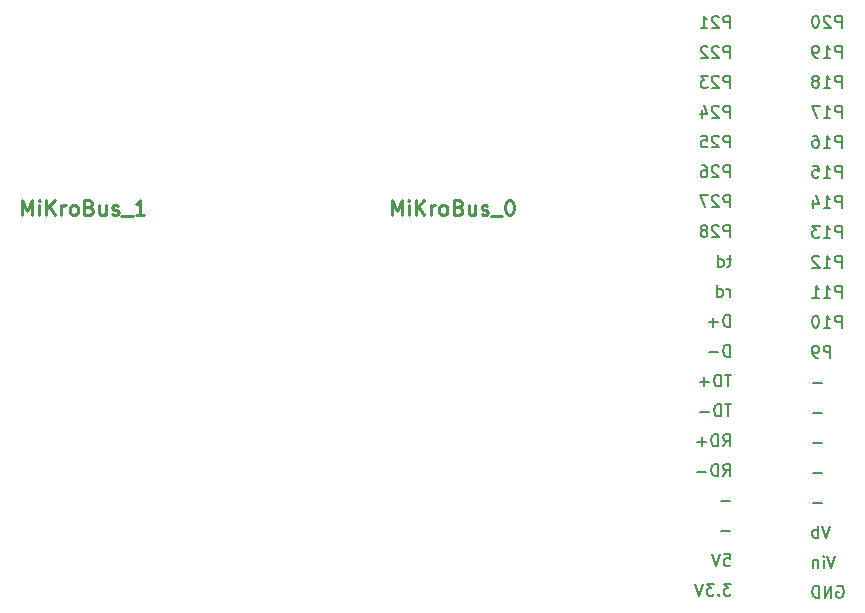
<source format=gbr>
%TF.GenerationSoftware,KiCad,Pcbnew,7.0.5-7.0.5~ubuntu22.04.1*%
%TF.CreationDate,2023-07-21T12:32:22+02:00*%
%TF.ProjectId,Board_ESP_MikroBus_V1,426f6172-645f-4455-9350-5f4d696b726f,rev?*%
%TF.SameCoordinates,Original*%
%TF.FileFunction,Legend,Bot*%
%TF.FilePolarity,Positive*%
%FSLAX46Y46*%
G04 Gerber Fmt 4.6, Leading zero omitted, Abs format (unit mm)*
G04 Created by KiCad (PCBNEW 7.0.5-7.0.5~ubuntu22.04.1) date 2023-07-21 12:32:22*
%MOMM*%
%LPD*%
G01*
G04 APERTURE LIST*
%ADD10C,0.254000*%
%ADD11C,0.150000*%
G04 APERTURE END LIST*
D10*
%TO.C,MiKroBus_0*%
X62118723Y-53208608D02*
X62118723Y-51938608D01*
X62118723Y-51938608D02*
X62542057Y-52845751D01*
X62542057Y-52845751D02*
X62965390Y-51938608D01*
X62965390Y-51938608D02*
X62965390Y-53208608D01*
X63570152Y-53208608D02*
X63570152Y-52361941D01*
X63570152Y-51938608D02*
X63509676Y-51999084D01*
X63509676Y-51999084D02*
X63570152Y-52059560D01*
X63570152Y-52059560D02*
X63630629Y-51999084D01*
X63630629Y-51999084D02*
X63570152Y-51938608D01*
X63570152Y-51938608D02*
X63570152Y-52059560D01*
X64174914Y-53208608D02*
X64174914Y-51938608D01*
X64900629Y-53208608D02*
X64356343Y-52482893D01*
X64900629Y-51938608D02*
X64174914Y-52664322D01*
X65444914Y-53208608D02*
X65444914Y-52361941D01*
X65444914Y-52603846D02*
X65505391Y-52482893D01*
X65505391Y-52482893D02*
X65565867Y-52422417D01*
X65565867Y-52422417D02*
X65686819Y-52361941D01*
X65686819Y-52361941D02*
X65807772Y-52361941D01*
X66412533Y-53208608D02*
X66291581Y-53148132D01*
X66291581Y-53148132D02*
X66231104Y-53087655D01*
X66231104Y-53087655D02*
X66170628Y-52966703D01*
X66170628Y-52966703D02*
X66170628Y-52603846D01*
X66170628Y-52603846D02*
X66231104Y-52482893D01*
X66231104Y-52482893D02*
X66291581Y-52422417D01*
X66291581Y-52422417D02*
X66412533Y-52361941D01*
X66412533Y-52361941D02*
X66593962Y-52361941D01*
X66593962Y-52361941D02*
X66714914Y-52422417D01*
X66714914Y-52422417D02*
X66775390Y-52482893D01*
X66775390Y-52482893D02*
X66835866Y-52603846D01*
X66835866Y-52603846D02*
X66835866Y-52966703D01*
X66835866Y-52966703D02*
X66775390Y-53087655D01*
X66775390Y-53087655D02*
X66714914Y-53148132D01*
X66714914Y-53148132D02*
X66593962Y-53208608D01*
X66593962Y-53208608D02*
X66412533Y-53208608D01*
X67803486Y-52543370D02*
X67984914Y-52603846D01*
X67984914Y-52603846D02*
X68045391Y-52664322D01*
X68045391Y-52664322D02*
X68105867Y-52785274D01*
X68105867Y-52785274D02*
X68105867Y-52966703D01*
X68105867Y-52966703D02*
X68045391Y-53087655D01*
X68045391Y-53087655D02*
X67984914Y-53148132D01*
X67984914Y-53148132D02*
X67863962Y-53208608D01*
X67863962Y-53208608D02*
X67380152Y-53208608D01*
X67380152Y-53208608D02*
X67380152Y-51938608D01*
X67380152Y-51938608D02*
X67803486Y-51938608D01*
X67803486Y-51938608D02*
X67924438Y-51999084D01*
X67924438Y-51999084D02*
X67984914Y-52059560D01*
X67984914Y-52059560D02*
X68045391Y-52180512D01*
X68045391Y-52180512D02*
X68045391Y-52301465D01*
X68045391Y-52301465D02*
X67984914Y-52422417D01*
X67984914Y-52422417D02*
X67924438Y-52482893D01*
X67924438Y-52482893D02*
X67803486Y-52543370D01*
X67803486Y-52543370D02*
X67380152Y-52543370D01*
X69194438Y-52361941D02*
X69194438Y-53208608D01*
X68650152Y-52361941D02*
X68650152Y-53027179D01*
X68650152Y-53027179D02*
X68710629Y-53148132D01*
X68710629Y-53148132D02*
X68831581Y-53208608D01*
X68831581Y-53208608D02*
X69013010Y-53208608D01*
X69013010Y-53208608D02*
X69133962Y-53148132D01*
X69133962Y-53148132D02*
X69194438Y-53087655D01*
X69738724Y-53148132D02*
X69859677Y-53208608D01*
X69859677Y-53208608D02*
X70101581Y-53208608D01*
X70101581Y-53208608D02*
X70222534Y-53148132D01*
X70222534Y-53148132D02*
X70283010Y-53027179D01*
X70283010Y-53027179D02*
X70283010Y-52966703D01*
X70283010Y-52966703D02*
X70222534Y-52845751D01*
X70222534Y-52845751D02*
X70101581Y-52785274D01*
X70101581Y-52785274D02*
X69920153Y-52785274D01*
X69920153Y-52785274D02*
X69799200Y-52724798D01*
X69799200Y-52724798D02*
X69738724Y-52603846D01*
X69738724Y-52603846D02*
X69738724Y-52543370D01*
X69738724Y-52543370D02*
X69799200Y-52422417D01*
X69799200Y-52422417D02*
X69920153Y-52361941D01*
X69920153Y-52361941D02*
X70101581Y-52361941D01*
X70101581Y-52361941D02*
X70222534Y-52422417D01*
X70524915Y-53329560D02*
X71492534Y-53329560D01*
X72036819Y-51938608D02*
X72157772Y-51938608D01*
X72157772Y-51938608D02*
X72278724Y-51999084D01*
X72278724Y-51999084D02*
X72339200Y-52059560D01*
X72339200Y-52059560D02*
X72399676Y-52180512D01*
X72399676Y-52180512D02*
X72460153Y-52422417D01*
X72460153Y-52422417D02*
X72460153Y-52724798D01*
X72460153Y-52724798D02*
X72399676Y-52966703D01*
X72399676Y-52966703D02*
X72339200Y-53087655D01*
X72339200Y-53087655D02*
X72278724Y-53148132D01*
X72278724Y-53148132D02*
X72157772Y-53208608D01*
X72157772Y-53208608D02*
X72036819Y-53208608D01*
X72036819Y-53208608D02*
X71915867Y-53148132D01*
X71915867Y-53148132D02*
X71855391Y-53087655D01*
X71855391Y-53087655D02*
X71794914Y-52966703D01*
X71794914Y-52966703D02*
X71734438Y-52724798D01*
X71734438Y-52724798D02*
X71734438Y-52422417D01*
X71734438Y-52422417D02*
X71794914Y-52180512D01*
X71794914Y-52180512D02*
X71855391Y-52059560D01*
X71855391Y-52059560D02*
X71915867Y-51999084D01*
X71915867Y-51999084D02*
X72036819Y-51938608D01*
D11*
%TO.C,J3*%
X90749284Y-79981488D02*
X89987380Y-79981488D01*
X99210713Y-79509819D02*
X98877380Y-80509819D01*
X98877380Y-80509819D02*
X98544047Y-79509819D01*
X98210713Y-80509819D02*
X98210713Y-79509819D01*
X98210713Y-79890771D02*
X98115475Y-79843152D01*
X98115475Y-79843152D02*
X97924999Y-79843152D01*
X97924999Y-79843152D02*
X97829761Y-79890771D01*
X97829761Y-79890771D02*
X97782142Y-79938390D01*
X97782142Y-79938390D02*
X97734523Y-80033628D01*
X97734523Y-80033628D02*
X97734523Y-80319342D01*
X97734523Y-80319342D02*
X97782142Y-80414580D01*
X97782142Y-80414580D02*
X97829761Y-80462200D01*
X97829761Y-80462200D02*
X97924999Y-80509819D01*
X97924999Y-80509819D02*
X98115475Y-80509819D01*
X98115475Y-80509819D02*
X98210713Y-80462200D01*
X90749285Y-55067711D02*
X90749285Y-54067711D01*
X90749285Y-54067711D02*
X90368333Y-54067711D01*
X90368333Y-54067711D02*
X90273095Y-54115330D01*
X90273095Y-54115330D02*
X90225476Y-54162949D01*
X90225476Y-54162949D02*
X90177857Y-54258187D01*
X90177857Y-54258187D02*
X90177857Y-54401044D01*
X90177857Y-54401044D02*
X90225476Y-54496282D01*
X90225476Y-54496282D02*
X90273095Y-54543901D01*
X90273095Y-54543901D02*
X90368333Y-54591520D01*
X90368333Y-54591520D02*
X90749285Y-54591520D01*
X89796904Y-54162949D02*
X89749285Y-54115330D01*
X89749285Y-54115330D02*
X89654047Y-54067711D01*
X89654047Y-54067711D02*
X89415952Y-54067711D01*
X89415952Y-54067711D02*
X89320714Y-54115330D01*
X89320714Y-54115330D02*
X89273095Y-54162949D01*
X89273095Y-54162949D02*
X89225476Y-54258187D01*
X89225476Y-54258187D02*
X89225476Y-54353425D01*
X89225476Y-54353425D02*
X89273095Y-54496282D01*
X89273095Y-54496282D02*
X89844523Y-55067711D01*
X89844523Y-55067711D02*
X89225476Y-55067711D01*
X88654047Y-54496282D02*
X88749285Y-54448663D01*
X88749285Y-54448663D02*
X88796904Y-54401044D01*
X88796904Y-54401044D02*
X88844523Y-54305806D01*
X88844523Y-54305806D02*
X88844523Y-54258187D01*
X88844523Y-54258187D02*
X88796904Y-54162949D01*
X88796904Y-54162949D02*
X88749285Y-54115330D01*
X88749285Y-54115330D02*
X88654047Y-54067711D01*
X88654047Y-54067711D02*
X88463571Y-54067711D01*
X88463571Y-54067711D02*
X88368333Y-54115330D01*
X88368333Y-54115330D02*
X88320714Y-54162949D01*
X88320714Y-54162949D02*
X88273095Y-54258187D01*
X88273095Y-54258187D02*
X88273095Y-54305806D01*
X88273095Y-54305806D02*
X88320714Y-54401044D01*
X88320714Y-54401044D02*
X88368333Y-54448663D01*
X88368333Y-54448663D02*
X88463571Y-54496282D01*
X88463571Y-54496282D02*
X88654047Y-54496282D01*
X88654047Y-54496282D02*
X88749285Y-54543901D01*
X88749285Y-54543901D02*
X88796904Y-54591520D01*
X88796904Y-54591520D02*
X88844523Y-54686758D01*
X88844523Y-54686758D02*
X88844523Y-54877234D01*
X88844523Y-54877234D02*
X88796904Y-54972472D01*
X88796904Y-54972472D02*
X88749285Y-55020092D01*
X88749285Y-55020092D02*
X88654047Y-55067711D01*
X88654047Y-55067711D02*
X88463571Y-55067711D01*
X88463571Y-55067711D02*
X88368333Y-55020092D01*
X88368333Y-55020092D02*
X88320714Y-54972472D01*
X88320714Y-54972472D02*
X88273095Y-54877234D01*
X88273095Y-54877234D02*
X88273095Y-54686758D01*
X88273095Y-54686758D02*
X88320714Y-54591520D01*
X88320714Y-54591520D02*
X88368333Y-54543901D01*
X88368333Y-54543901D02*
X88463571Y-54496282D01*
X90749284Y-62656130D02*
X90749284Y-61656130D01*
X90749284Y-61656130D02*
X90511189Y-61656130D01*
X90511189Y-61656130D02*
X90368332Y-61703749D01*
X90368332Y-61703749D02*
X90273094Y-61798987D01*
X90273094Y-61798987D02*
X90225475Y-61894225D01*
X90225475Y-61894225D02*
X90177856Y-62084701D01*
X90177856Y-62084701D02*
X90177856Y-62227558D01*
X90177856Y-62227558D02*
X90225475Y-62418034D01*
X90225475Y-62418034D02*
X90273094Y-62513272D01*
X90273094Y-62513272D02*
X90368332Y-62608511D01*
X90368332Y-62608511D02*
X90511189Y-62656130D01*
X90511189Y-62656130D02*
X90749284Y-62656130D01*
X89749284Y-62275177D02*
X88987380Y-62275177D01*
X89368332Y-62656130D02*
X89368332Y-61894225D01*
X90749285Y-52538238D02*
X90749285Y-51538238D01*
X90749285Y-51538238D02*
X90368333Y-51538238D01*
X90368333Y-51538238D02*
X90273095Y-51585857D01*
X90273095Y-51585857D02*
X90225476Y-51633476D01*
X90225476Y-51633476D02*
X90177857Y-51728714D01*
X90177857Y-51728714D02*
X90177857Y-51871571D01*
X90177857Y-51871571D02*
X90225476Y-51966809D01*
X90225476Y-51966809D02*
X90273095Y-52014428D01*
X90273095Y-52014428D02*
X90368333Y-52062047D01*
X90368333Y-52062047D02*
X90749285Y-52062047D01*
X89796904Y-51633476D02*
X89749285Y-51585857D01*
X89749285Y-51585857D02*
X89654047Y-51538238D01*
X89654047Y-51538238D02*
X89415952Y-51538238D01*
X89415952Y-51538238D02*
X89320714Y-51585857D01*
X89320714Y-51585857D02*
X89273095Y-51633476D01*
X89273095Y-51633476D02*
X89225476Y-51728714D01*
X89225476Y-51728714D02*
X89225476Y-51823952D01*
X89225476Y-51823952D02*
X89273095Y-51966809D01*
X89273095Y-51966809D02*
X89844523Y-52538238D01*
X89844523Y-52538238D02*
X89225476Y-52538238D01*
X88892142Y-51538238D02*
X88225476Y-51538238D01*
X88225476Y-51538238D02*
X88654047Y-52538238D01*
X90749285Y-60126657D02*
X90749285Y-59459990D01*
X90749285Y-59650466D02*
X90701666Y-59555228D01*
X90701666Y-59555228D02*
X90654047Y-59507609D01*
X90654047Y-59507609D02*
X90558809Y-59459990D01*
X90558809Y-59459990D02*
X90463571Y-59459990D01*
X89701666Y-60126657D02*
X89701666Y-59126657D01*
X89701666Y-60079038D02*
X89796904Y-60126657D01*
X89796904Y-60126657D02*
X89987380Y-60126657D01*
X89987380Y-60126657D02*
X90082618Y-60079038D01*
X90082618Y-60079038D02*
X90130237Y-60031418D01*
X90130237Y-60031418D02*
X90177856Y-59936180D01*
X90177856Y-59936180D02*
X90177856Y-59650466D01*
X90177856Y-59650466D02*
X90130237Y-59555228D01*
X90130237Y-59555228D02*
X90082618Y-59507609D01*
X90082618Y-59507609D02*
X89987380Y-59459990D01*
X89987380Y-59459990D02*
X89796904Y-59459990D01*
X89796904Y-59459990D02*
X89701666Y-59507609D01*
X100210714Y-47489819D02*
X100210714Y-46489819D01*
X100210714Y-46489819D02*
X99829762Y-46489819D01*
X99829762Y-46489819D02*
X99734524Y-46537438D01*
X99734524Y-46537438D02*
X99686905Y-46585057D01*
X99686905Y-46585057D02*
X99639286Y-46680295D01*
X99639286Y-46680295D02*
X99639286Y-46823152D01*
X99639286Y-46823152D02*
X99686905Y-46918390D01*
X99686905Y-46918390D02*
X99734524Y-46966009D01*
X99734524Y-46966009D02*
X99829762Y-47013628D01*
X99829762Y-47013628D02*
X100210714Y-47013628D01*
X98686905Y-47489819D02*
X99258333Y-47489819D01*
X98972619Y-47489819D02*
X98972619Y-46489819D01*
X98972619Y-46489819D02*
X99067857Y-46632676D01*
X99067857Y-46632676D02*
X99163095Y-46727914D01*
X99163095Y-46727914D02*
X99258333Y-46775533D01*
X97829762Y-46489819D02*
X98020238Y-46489819D01*
X98020238Y-46489819D02*
X98115476Y-46537438D01*
X98115476Y-46537438D02*
X98163095Y-46585057D01*
X98163095Y-46585057D02*
X98258333Y-46727914D01*
X98258333Y-46727914D02*
X98305952Y-46918390D01*
X98305952Y-46918390D02*
X98305952Y-47299342D01*
X98305952Y-47299342D02*
X98258333Y-47394580D01*
X98258333Y-47394580D02*
X98210714Y-47442200D01*
X98210714Y-47442200D02*
X98115476Y-47489819D01*
X98115476Y-47489819D02*
X97925000Y-47489819D01*
X97925000Y-47489819D02*
X97829762Y-47442200D01*
X97829762Y-47442200D02*
X97782143Y-47394580D01*
X97782143Y-47394580D02*
X97734524Y-47299342D01*
X97734524Y-47299342D02*
X97734524Y-47061247D01*
X97734524Y-47061247D02*
X97782143Y-46966009D01*
X97782143Y-46966009D02*
X97829762Y-46918390D01*
X97829762Y-46918390D02*
X97925000Y-46870771D01*
X97925000Y-46870771D02*
X98115476Y-46870771D01*
X98115476Y-46870771D02*
X98210714Y-46918390D01*
X98210714Y-46918390D02*
X98258333Y-46966009D01*
X98258333Y-46966009D02*
X98305952Y-47061247D01*
X98544046Y-72508866D02*
X97782142Y-72508866D01*
X100210714Y-62729819D02*
X100210714Y-61729819D01*
X100210714Y-61729819D02*
X99829762Y-61729819D01*
X99829762Y-61729819D02*
X99734524Y-61777438D01*
X99734524Y-61777438D02*
X99686905Y-61825057D01*
X99686905Y-61825057D02*
X99639286Y-61920295D01*
X99639286Y-61920295D02*
X99639286Y-62063152D01*
X99639286Y-62063152D02*
X99686905Y-62158390D01*
X99686905Y-62158390D02*
X99734524Y-62206009D01*
X99734524Y-62206009D02*
X99829762Y-62253628D01*
X99829762Y-62253628D02*
X100210714Y-62253628D01*
X98686905Y-62729819D02*
X99258333Y-62729819D01*
X98972619Y-62729819D02*
X98972619Y-61729819D01*
X98972619Y-61729819D02*
X99067857Y-61872676D01*
X99067857Y-61872676D02*
X99163095Y-61967914D01*
X99163095Y-61967914D02*
X99258333Y-62015533D01*
X98067857Y-61729819D02*
X97972619Y-61729819D01*
X97972619Y-61729819D02*
X97877381Y-61777438D01*
X97877381Y-61777438D02*
X97829762Y-61825057D01*
X97829762Y-61825057D02*
X97782143Y-61920295D01*
X97782143Y-61920295D02*
X97734524Y-62110771D01*
X97734524Y-62110771D02*
X97734524Y-62348866D01*
X97734524Y-62348866D02*
X97782143Y-62539342D01*
X97782143Y-62539342D02*
X97829762Y-62634580D01*
X97829762Y-62634580D02*
X97877381Y-62682200D01*
X97877381Y-62682200D02*
X97972619Y-62729819D01*
X97972619Y-62729819D02*
X98067857Y-62729819D01*
X98067857Y-62729819D02*
X98163095Y-62682200D01*
X98163095Y-62682200D02*
X98210714Y-62634580D01*
X98210714Y-62634580D02*
X98258333Y-62539342D01*
X98258333Y-62539342D02*
X98305952Y-62348866D01*
X98305952Y-62348866D02*
X98305952Y-62110771D01*
X98305952Y-62110771D02*
X98258333Y-61920295D01*
X98258333Y-61920295D02*
X98210714Y-61825057D01*
X98210714Y-61825057D02*
X98163095Y-61777438D01*
X98163095Y-61777438D02*
X98067857Y-61729819D01*
X98544046Y-75048866D02*
X97782142Y-75048866D01*
X100210714Y-42409819D02*
X100210714Y-41409819D01*
X100210714Y-41409819D02*
X99829762Y-41409819D01*
X99829762Y-41409819D02*
X99734524Y-41457438D01*
X99734524Y-41457438D02*
X99686905Y-41505057D01*
X99686905Y-41505057D02*
X99639286Y-41600295D01*
X99639286Y-41600295D02*
X99639286Y-41743152D01*
X99639286Y-41743152D02*
X99686905Y-41838390D01*
X99686905Y-41838390D02*
X99734524Y-41886009D01*
X99734524Y-41886009D02*
X99829762Y-41933628D01*
X99829762Y-41933628D02*
X100210714Y-41933628D01*
X98686905Y-42409819D02*
X99258333Y-42409819D01*
X98972619Y-42409819D02*
X98972619Y-41409819D01*
X98972619Y-41409819D02*
X99067857Y-41552676D01*
X99067857Y-41552676D02*
X99163095Y-41647914D01*
X99163095Y-41647914D02*
X99258333Y-41695533D01*
X98115476Y-41838390D02*
X98210714Y-41790771D01*
X98210714Y-41790771D02*
X98258333Y-41743152D01*
X98258333Y-41743152D02*
X98305952Y-41647914D01*
X98305952Y-41647914D02*
X98305952Y-41600295D01*
X98305952Y-41600295D02*
X98258333Y-41505057D01*
X98258333Y-41505057D02*
X98210714Y-41457438D01*
X98210714Y-41457438D02*
X98115476Y-41409819D01*
X98115476Y-41409819D02*
X97925000Y-41409819D01*
X97925000Y-41409819D02*
X97829762Y-41457438D01*
X97829762Y-41457438D02*
X97782143Y-41505057D01*
X97782143Y-41505057D02*
X97734524Y-41600295D01*
X97734524Y-41600295D02*
X97734524Y-41647914D01*
X97734524Y-41647914D02*
X97782143Y-41743152D01*
X97782143Y-41743152D02*
X97829762Y-41790771D01*
X97829762Y-41790771D02*
X97925000Y-41838390D01*
X97925000Y-41838390D02*
X98115476Y-41838390D01*
X98115476Y-41838390D02*
X98210714Y-41886009D01*
X98210714Y-41886009D02*
X98258333Y-41933628D01*
X98258333Y-41933628D02*
X98305952Y-42028866D01*
X98305952Y-42028866D02*
X98305952Y-42219342D01*
X98305952Y-42219342D02*
X98258333Y-42314580D01*
X98258333Y-42314580D02*
X98210714Y-42362200D01*
X98210714Y-42362200D02*
X98115476Y-42409819D01*
X98115476Y-42409819D02*
X97925000Y-42409819D01*
X97925000Y-42409819D02*
X97829762Y-42362200D01*
X97829762Y-42362200D02*
X97782143Y-42314580D01*
X97782143Y-42314580D02*
X97734524Y-42219342D01*
X97734524Y-42219342D02*
X97734524Y-42028866D01*
X97734524Y-42028866D02*
X97782143Y-41933628D01*
X97782143Y-41933628D02*
X97829762Y-41886009D01*
X97829762Y-41886009D02*
X97925000Y-41838390D01*
X100210714Y-52569819D02*
X100210714Y-51569819D01*
X100210714Y-51569819D02*
X99829762Y-51569819D01*
X99829762Y-51569819D02*
X99734524Y-51617438D01*
X99734524Y-51617438D02*
X99686905Y-51665057D01*
X99686905Y-51665057D02*
X99639286Y-51760295D01*
X99639286Y-51760295D02*
X99639286Y-51903152D01*
X99639286Y-51903152D02*
X99686905Y-51998390D01*
X99686905Y-51998390D02*
X99734524Y-52046009D01*
X99734524Y-52046009D02*
X99829762Y-52093628D01*
X99829762Y-52093628D02*
X100210714Y-52093628D01*
X98686905Y-52569819D02*
X99258333Y-52569819D01*
X98972619Y-52569819D02*
X98972619Y-51569819D01*
X98972619Y-51569819D02*
X99067857Y-51712676D01*
X99067857Y-51712676D02*
X99163095Y-51807914D01*
X99163095Y-51807914D02*
X99258333Y-51855533D01*
X97829762Y-51903152D02*
X97829762Y-52569819D01*
X98067857Y-51522200D02*
X98305952Y-52236485D01*
X98305952Y-52236485D02*
X97686905Y-52236485D01*
X99258332Y-65269819D02*
X99258332Y-64269819D01*
X99258332Y-64269819D02*
X98877380Y-64269819D01*
X98877380Y-64269819D02*
X98782142Y-64317438D01*
X98782142Y-64317438D02*
X98734523Y-64365057D01*
X98734523Y-64365057D02*
X98686904Y-64460295D01*
X98686904Y-64460295D02*
X98686904Y-64603152D01*
X98686904Y-64603152D02*
X98734523Y-64698390D01*
X98734523Y-64698390D02*
X98782142Y-64746009D01*
X98782142Y-64746009D02*
X98877380Y-64793628D01*
X98877380Y-64793628D02*
X99258332Y-64793628D01*
X98210713Y-65269819D02*
X98020237Y-65269819D01*
X98020237Y-65269819D02*
X97924999Y-65222200D01*
X97924999Y-65222200D02*
X97877380Y-65174580D01*
X97877380Y-65174580D02*
X97782142Y-65031723D01*
X97782142Y-65031723D02*
X97734523Y-64841247D01*
X97734523Y-64841247D02*
X97734523Y-64460295D01*
X97734523Y-64460295D02*
X97782142Y-64365057D01*
X97782142Y-64365057D02*
X97829761Y-64317438D01*
X97829761Y-64317438D02*
X97924999Y-64269819D01*
X97924999Y-64269819D02*
X98115475Y-64269819D01*
X98115475Y-64269819D02*
X98210713Y-64317438D01*
X98210713Y-64317438D02*
X98258332Y-64365057D01*
X98258332Y-64365057D02*
X98305951Y-64460295D01*
X98305951Y-64460295D02*
X98305951Y-64698390D01*
X98305951Y-64698390D02*
X98258332Y-64793628D01*
X98258332Y-64793628D02*
X98210713Y-64841247D01*
X98210713Y-64841247D02*
X98115475Y-64888866D01*
X98115475Y-64888866D02*
X97924999Y-64888866D01*
X97924999Y-64888866D02*
X97829761Y-64841247D01*
X97829761Y-64841247D02*
X97782142Y-64793628D01*
X97782142Y-64793628D02*
X97734523Y-64698390D01*
X100210714Y-60189819D02*
X100210714Y-59189819D01*
X100210714Y-59189819D02*
X99829762Y-59189819D01*
X99829762Y-59189819D02*
X99734524Y-59237438D01*
X99734524Y-59237438D02*
X99686905Y-59285057D01*
X99686905Y-59285057D02*
X99639286Y-59380295D01*
X99639286Y-59380295D02*
X99639286Y-59523152D01*
X99639286Y-59523152D02*
X99686905Y-59618390D01*
X99686905Y-59618390D02*
X99734524Y-59666009D01*
X99734524Y-59666009D02*
X99829762Y-59713628D01*
X99829762Y-59713628D02*
X100210714Y-59713628D01*
X98686905Y-60189819D02*
X99258333Y-60189819D01*
X98972619Y-60189819D02*
X98972619Y-59189819D01*
X98972619Y-59189819D02*
X99067857Y-59332676D01*
X99067857Y-59332676D02*
X99163095Y-59427914D01*
X99163095Y-59427914D02*
X99258333Y-59475533D01*
X97734524Y-60189819D02*
X98305952Y-60189819D01*
X98020238Y-60189819D02*
X98020238Y-59189819D01*
X98020238Y-59189819D02*
X98115476Y-59332676D01*
X98115476Y-59332676D02*
X98210714Y-59427914D01*
X98210714Y-59427914D02*
X98305952Y-59475533D01*
X100210714Y-37329819D02*
X100210714Y-36329819D01*
X100210714Y-36329819D02*
X99829762Y-36329819D01*
X99829762Y-36329819D02*
X99734524Y-36377438D01*
X99734524Y-36377438D02*
X99686905Y-36425057D01*
X99686905Y-36425057D02*
X99639286Y-36520295D01*
X99639286Y-36520295D02*
X99639286Y-36663152D01*
X99639286Y-36663152D02*
X99686905Y-36758390D01*
X99686905Y-36758390D02*
X99734524Y-36806009D01*
X99734524Y-36806009D02*
X99829762Y-36853628D01*
X99829762Y-36853628D02*
X100210714Y-36853628D01*
X99258333Y-36425057D02*
X99210714Y-36377438D01*
X99210714Y-36377438D02*
X99115476Y-36329819D01*
X99115476Y-36329819D02*
X98877381Y-36329819D01*
X98877381Y-36329819D02*
X98782143Y-36377438D01*
X98782143Y-36377438D02*
X98734524Y-36425057D01*
X98734524Y-36425057D02*
X98686905Y-36520295D01*
X98686905Y-36520295D02*
X98686905Y-36615533D01*
X98686905Y-36615533D02*
X98734524Y-36758390D01*
X98734524Y-36758390D02*
X99305952Y-37329819D01*
X99305952Y-37329819D02*
X98686905Y-37329819D01*
X98067857Y-36329819D02*
X97972619Y-36329819D01*
X97972619Y-36329819D02*
X97877381Y-36377438D01*
X97877381Y-36377438D02*
X97829762Y-36425057D01*
X97829762Y-36425057D02*
X97782143Y-36520295D01*
X97782143Y-36520295D02*
X97734524Y-36710771D01*
X97734524Y-36710771D02*
X97734524Y-36948866D01*
X97734524Y-36948866D02*
X97782143Y-37139342D01*
X97782143Y-37139342D02*
X97829762Y-37234580D01*
X97829762Y-37234580D02*
X97877381Y-37282200D01*
X97877381Y-37282200D02*
X97972619Y-37329819D01*
X97972619Y-37329819D02*
X98067857Y-37329819D01*
X98067857Y-37329819D02*
X98163095Y-37282200D01*
X98163095Y-37282200D02*
X98210714Y-37234580D01*
X98210714Y-37234580D02*
X98258333Y-37139342D01*
X98258333Y-37139342D02*
X98305952Y-36948866D01*
X98305952Y-36948866D02*
X98305952Y-36710771D01*
X98305952Y-36710771D02*
X98258333Y-36520295D01*
X98258333Y-36520295D02*
X98210714Y-36425057D01*
X98210714Y-36425057D02*
X98163095Y-36377438D01*
X98163095Y-36377438D02*
X98067857Y-36329819D01*
X90892142Y-66715076D02*
X90320714Y-66715076D01*
X90606428Y-67715076D02*
X90606428Y-66715076D01*
X89987380Y-67715076D02*
X89987380Y-66715076D01*
X89987380Y-66715076D02*
X89749285Y-66715076D01*
X89749285Y-66715076D02*
X89606428Y-66762695D01*
X89606428Y-66762695D02*
X89511190Y-66857933D01*
X89511190Y-66857933D02*
X89463571Y-66953171D01*
X89463571Y-66953171D02*
X89415952Y-67143647D01*
X89415952Y-67143647D02*
X89415952Y-67286504D01*
X89415952Y-67286504D02*
X89463571Y-67476980D01*
X89463571Y-67476980D02*
X89511190Y-67572218D01*
X89511190Y-67572218D02*
X89606428Y-67667457D01*
X89606428Y-67667457D02*
X89749285Y-67715076D01*
X89749285Y-67715076D02*
X89987380Y-67715076D01*
X88987380Y-67334123D02*
X88225476Y-67334123D01*
X88606428Y-67715076D02*
X88606428Y-66953171D01*
X90177856Y-75303495D02*
X90511189Y-74827304D01*
X90749284Y-75303495D02*
X90749284Y-74303495D01*
X90749284Y-74303495D02*
X90368332Y-74303495D01*
X90368332Y-74303495D02*
X90273094Y-74351114D01*
X90273094Y-74351114D02*
X90225475Y-74398733D01*
X90225475Y-74398733D02*
X90177856Y-74493971D01*
X90177856Y-74493971D02*
X90177856Y-74636828D01*
X90177856Y-74636828D02*
X90225475Y-74732066D01*
X90225475Y-74732066D02*
X90273094Y-74779685D01*
X90273094Y-74779685D02*
X90368332Y-74827304D01*
X90368332Y-74827304D02*
X90749284Y-74827304D01*
X89749284Y-75303495D02*
X89749284Y-74303495D01*
X89749284Y-74303495D02*
X89511189Y-74303495D01*
X89511189Y-74303495D02*
X89368332Y-74351114D01*
X89368332Y-74351114D02*
X89273094Y-74446352D01*
X89273094Y-74446352D02*
X89225475Y-74541590D01*
X89225475Y-74541590D02*
X89177856Y-74732066D01*
X89177856Y-74732066D02*
X89177856Y-74874923D01*
X89177856Y-74874923D02*
X89225475Y-75065399D01*
X89225475Y-75065399D02*
X89273094Y-75160637D01*
X89273094Y-75160637D02*
X89368332Y-75255876D01*
X89368332Y-75255876D02*
X89511189Y-75303495D01*
X89511189Y-75303495D02*
X89749284Y-75303495D01*
X88749284Y-74922542D02*
X87987380Y-74922542D01*
X90892142Y-56930517D02*
X90511190Y-56930517D01*
X90749285Y-56597184D02*
X90749285Y-57454326D01*
X90749285Y-57454326D02*
X90701666Y-57549565D01*
X90701666Y-57549565D02*
X90606428Y-57597184D01*
X90606428Y-57597184D02*
X90511190Y-57597184D01*
X89749285Y-57597184D02*
X89749285Y-56597184D01*
X89749285Y-57549565D02*
X89844523Y-57597184D01*
X89844523Y-57597184D02*
X90034999Y-57597184D01*
X90034999Y-57597184D02*
X90130237Y-57549565D01*
X90130237Y-57549565D02*
X90177856Y-57501945D01*
X90177856Y-57501945D02*
X90225475Y-57406707D01*
X90225475Y-57406707D02*
X90225475Y-57120993D01*
X90225475Y-57120993D02*
X90177856Y-57025755D01*
X90177856Y-57025755D02*
X90130237Y-56978136D01*
X90130237Y-56978136D02*
X90034999Y-56930517D01*
X90034999Y-56930517D02*
X89844523Y-56930517D01*
X89844523Y-56930517D02*
X89749285Y-56978136D01*
X90749284Y-65185603D02*
X90749284Y-64185603D01*
X90749284Y-64185603D02*
X90511189Y-64185603D01*
X90511189Y-64185603D02*
X90368332Y-64233222D01*
X90368332Y-64233222D02*
X90273094Y-64328460D01*
X90273094Y-64328460D02*
X90225475Y-64423698D01*
X90225475Y-64423698D02*
X90177856Y-64614174D01*
X90177856Y-64614174D02*
X90177856Y-64757031D01*
X90177856Y-64757031D02*
X90225475Y-64947507D01*
X90225475Y-64947507D02*
X90273094Y-65042745D01*
X90273094Y-65042745D02*
X90368332Y-65137984D01*
X90368332Y-65137984D02*
X90511189Y-65185603D01*
X90511189Y-65185603D02*
X90749284Y-65185603D01*
X89749284Y-64804650D02*
X88987380Y-64804650D01*
X90749285Y-47479292D02*
X90749285Y-46479292D01*
X90749285Y-46479292D02*
X90368333Y-46479292D01*
X90368333Y-46479292D02*
X90273095Y-46526911D01*
X90273095Y-46526911D02*
X90225476Y-46574530D01*
X90225476Y-46574530D02*
X90177857Y-46669768D01*
X90177857Y-46669768D02*
X90177857Y-46812625D01*
X90177857Y-46812625D02*
X90225476Y-46907863D01*
X90225476Y-46907863D02*
X90273095Y-46955482D01*
X90273095Y-46955482D02*
X90368333Y-47003101D01*
X90368333Y-47003101D02*
X90749285Y-47003101D01*
X89796904Y-46574530D02*
X89749285Y-46526911D01*
X89749285Y-46526911D02*
X89654047Y-46479292D01*
X89654047Y-46479292D02*
X89415952Y-46479292D01*
X89415952Y-46479292D02*
X89320714Y-46526911D01*
X89320714Y-46526911D02*
X89273095Y-46574530D01*
X89273095Y-46574530D02*
X89225476Y-46669768D01*
X89225476Y-46669768D02*
X89225476Y-46765006D01*
X89225476Y-46765006D02*
X89273095Y-46907863D01*
X89273095Y-46907863D02*
X89844523Y-47479292D01*
X89844523Y-47479292D02*
X89225476Y-47479292D01*
X88320714Y-46479292D02*
X88796904Y-46479292D01*
X88796904Y-46479292D02*
X88844523Y-46955482D01*
X88844523Y-46955482D02*
X88796904Y-46907863D01*
X88796904Y-46907863D02*
X88701666Y-46860244D01*
X88701666Y-46860244D02*
X88463571Y-46860244D01*
X88463571Y-46860244D02*
X88368333Y-46907863D01*
X88368333Y-46907863D02*
X88320714Y-46955482D01*
X88320714Y-46955482D02*
X88273095Y-47050720D01*
X88273095Y-47050720D02*
X88273095Y-47288815D01*
X88273095Y-47288815D02*
X88320714Y-47384053D01*
X88320714Y-47384053D02*
X88368333Y-47431673D01*
X88368333Y-47431673D02*
X88463571Y-47479292D01*
X88463571Y-47479292D02*
X88701666Y-47479292D01*
X88701666Y-47479292D02*
X88796904Y-47431673D01*
X88796904Y-47431673D02*
X88844523Y-47384053D01*
X90892142Y-69244549D02*
X90320714Y-69244549D01*
X90606428Y-70244549D02*
X90606428Y-69244549D01*
X89987380Y-70244549D02*
X89987380Y-69244549D01*
X89987380Y-69244549D02*
X89749285Y-69244549D01*
X89749285Y-69244549D02*
X89606428Y-69292168D01*
X89606428Y-69292168D02*
X89511190Y-69387406D01*
X89511190Y-69387406D02*
X89463571Y-69482644D01*
X89463571Y-69482644D02*
X89415952Y-69673120D01*
X89415952Y-69673120D02*
X89415952Y-69815977D01*
X89415952Y-69815977D02*
X89463571Y-70006453D01*
X89463571Y-70006453D02*
X89511190Y-70101691D01*
X89511190Y-70101691D02*
X89606428Y-70196930D01*
X89606428Y-70196930D02*
X89749285Y-70244549D01*
X89749285Y-70244549D02*
X89987380Y-70244549D01*
X88987380Y-69863596D02*
X88225476Y-69863596D01*
X98544046Y-77588866D02*
X97782142Y-77588866D01*
X100210714Y-44949819D02*
X100210714Y-43949819D01*
X100210714Y-43949819D02*
X99829762Y-43949819D01*
X99829762Y-43949819D02*
X99734524Y-43997438D01*
X99734524Y-43997438D02*
X99686905Y-44045057D01*
X99686905Y-44045057D02*
X99639286Y-44140295D01*
X99639286Y-44140295D02*
X99639286Y-44283152D01*
X99639286Y-44283152D02*
X99686905Y-44378390D01*
X99686905Y-44378390D02*
X99734524Y-44426009D01*
X99734524Y-44426009D02*
X99829762Y-44473628D01*
X99829762Y-44473628D02*
X100210714Y-44473628D01*
X98686905Y-44949819D02*
X99258333Y-44949819D01*
X98972619Y-44949819D02*
X98972619Y-43949819D01*
X98972619Y-43949819D02*
X99067857Y-44092676D01*
X99067857Y-44092676D02*
X99163095Y-44187914D01*
X99163095Y-44187914D02*
X99258333Y-44235533D01*
X98353571Y-43949819D02*
X97686905Y-43949819D01*
X97686905Y-43949819D02*
X98115476Y-44949819D01*
X90844522Y-84421387D02*
X90225475Y-84421387D01*
X90225475Y-84421387D02*
X90558808Y-84802339D01*
X90558808Y-84802339D02*
X90415951Y-84802339D01*
X90415951Y-84802339D02*
X90320713Y-84849958D01*
X90320713Y-84849958D02*
X90273094Y-84897577D01*
X90273094Y-84897577D02*
X90225475Y-84992815D01*
X90225475Y-84992815D02*
X90225475Y-85230910D01*
X90225475Y-85230910D02*
X90273094Y-85326148D01*
X90273094Y-85326148D02*
X90320713Y-85373768D01*
X90320713Y-85373768D02*
X90415951Y-85421387D01*
X90415951Y-85421387D02*
X90701665Y-85421387D01*
X90701665Y-85421387D02*
X90796903Y-85373768D01*
X90796903Y-85373768D02*
X90844522Y-85326148D01*
X89796903Y-85326148D02*
X89749284Y-85373768D01*
X89749284Y-85373768D02*
X89796903Y-85421387D01*
X89796903Y-85421387D02*
X89844522Y-85373768D01*
X89844522Y-85373768D02*
X89796903Y-85326148D01*
X89796903Y-85326148D02*
X89796903Y-85421387D01*
X89415951Y-84421387D02*
X88796904Y-84421387D01*
X88796904Y-84421387D02*
X89130237Y-84802339D01*
X89130237Y-84802339D02*
X88987380Y-84802339D01*
X88987380Y-84802339D02*
X88892142Y-84849958D01*
X88892142Y-84849958D02*
X88844523Y-84897577D01*
X88844523Y-84897577D02*
X88796904Y-84992815D01*
X88796904Y-84992815D02*
X88796904Y-85230910D01*
X88796904Y-85230910D02*
X88844523Y-85326148D01*
X88844523Y-85326148D02*
X88892142Y-85373768D01*
X88892142Y-85373768D02*
X88987380Y-85421387D01*
X88987380Y-85421387D02*
X89273094Y-85421387D01*
X89273094Y-85421387D02*
X89368332Y-85373768D01*
X89368332Y-85373768D02*
X89415951Y-85326148D01*
X88511189Y-84421387D02*
X88177856Y-85421387D01*
X88177856Y-85421387D02*
X87844523Y-84421387D01*
X90749285Y-42420346D02*
X90749285Y-41420346D01*
X90749285Y-41420346D02*
X90368333Y-41420346D01*
X90368333Y-41420346D02*
X90273095Y-41467965D01*
X90273095Y-41467965D02*
X90225476Y-41515584D01*
X90225476Y-41515584D02*
X90177857Y-41610822D01*
X90177857Y-41610822D02*
X90177857Y-41753679D01*
X90177857Y-41753679D02*
X90225476Y-41848917D01*
X90225476Y-41848917D02*
X90273095Y-41896536D01*
X90273095Y-41896536D02*
X90368333Y-41944155D01*
X90368333Y-41944155D02*
X90749285Y-41944155D01*
X89796904Y-41515584D02*
X89749285Y-41467965D01*
X89749285Y-41467965D02*
X89654047Y-41420346D01*
X89654047Y-41420346D02*
X89415952Y-41420346D01*
X89415952Y-41420346D02*
X89320714Y-41467965D01*
X89320714Y-41467965D02*
X89273095Y-41515584D01*
X89273095Y-41515584D02*
X89225476Y-41610822D01*
X89225476Y-41610822D02*
X89225476Y-41706060D01*
X89225476Y-41706060D02*
X89273095Y-41848917D01*
X89273095Y-41848917D02*
X89844523Y-42420346D01*
X89844523Y-42420346D02*
X89225476Y-42420346D01*
X88892142Y-41420346D02*
X88273095Y-41420346D01*
X88273095Y-41420346D02*
X88606428Y-41801298D01*
X88606428Y-41801298D02*
X88463571Y-41801298D01*
X88463571Y-41801298D02*
X88368333Y-41848917D01*
X88368333Y-41848917D02*
X88320714Y-41896536D01*
X88320714Y-41896536D02*
X88273095Y-41991774D01*
X88273095Y-41991774D02*
X88273095Y-42229869D01*
X88273095Y-42229869D02*
X88320714Y-42325107D01*
X88320714Y-42325107D02*
X88368333Y-42372727D01*
X88368333Y-42372727D02*
X88463571Y-42420346D01*
X88463571Y-42420346D02*
X88749285Y-42420346D01*
X88749285Y-42420346D02*
X88844523Y-42372727D01*
X88844523Y-42372727D02*
X88892142Y-42325107D01*
X90273095Y-81891914D02*
X90749285Y-81891914D01*
X90749285Y-81891914D02*
X90796904Y-82368104D01*
X90796904Y-82368104D02*
X90749285Y-82320485D01*
X90749285Y-82320485D02*
X90654047Y-82272866D01*
X90654047Y-82272866D02*
X90415952Y-82272866D01*
X90415952Y-82272866D02*
X90320714Y-82320485D01*
X90320714Y-82320485D02*
X90273095Y-82368104D01*
X90273095Y-82368104D02*
X90225476Y-82463342D01*
X90225476Y-82463342D02*
X90225476Y-82701437D01*
X90225476Y-82701437D02*
X90273095Y-82796675D01*
X90273095Y-82796675D02*
X90320714Y-82844295D01*
X90320714Y-82844295D02*
X90415952Y-82891914D01*
X90415952Y-82891914D02*
X90654047Y-82891914D01*
X90654047Y-82891914D02*
X90749285Y-82844295D01*
X90749285Y-82844295D02*
X90796904Y-82796675D01*
X89939761Y-81891914D02*
X89606428Y-82891914D01*
X89606428Y-82891914D02*
X89273095Y-81891914D01*
X90749285Y-39890873D02*
X90749285Y-38890873D01*
X90749285Y-38890873D02*
X90368333Y-38890873D01*
X90368333Y-38890873D02*
X90273095Y-38938492D01*
X90273095Y-38938492D02*
X90225476Y-38986111D01*
X90225476Y-38986111D02*
X90177857Y-39081349D01*
X90177857Y-39081349D02*
X90177857Y-39224206D01*
X90177857Y-39224206D02*
X90225476Y-39319444D01*
X90225476Y-39319444D02*
X90273095Y-39367063D01*
X90273095Y-39367063D02*
X90368333Y-39414682D01*
X90368333Y-39414682D02*
X90749285Y-39414682D01*
X89796904Y-38986111D02*
X89749285Y-38938492D01*
X89749285Y-38938492D02*
X89654047Y-38890873D01*
X89654047Y-38890873D02*
X89415952Y-38890873D01*
X89415952Y-38890873D02*
X89320714Y-38938492D01*
X89320714Y-38938492D02*
X89273095Y-38986111D01*
X89273095Y-38986111D02*
X89225476Y-39081349D01*
X89225476Y-39081349D02*
X89225476Y-39176587D01*
X89225476Y-39176587D02*
X89273095Y-39319444D01*
X89273095Y-39319444D02*
X89844523Y-39890873D01*
X89844523Y-39890873D02*
X89225476Y-39890873D01*
X88844523Y-38986111D02*
X88796904Y-38938492D01*
X88796904Y-38938492D02*
X88701666Y-38890873D01*
X88701666Y-38890873D02*
X88463571Y-38890873D01*
X88463571Y-38890873D02*
X88368333Y-38938492D01*
X88368333Y-38938492D02*
X88320714Y-38986111D01*
X88320714Y-38986111D02*
X88273095Y-39081349D01*
X88273095Y-39081349D02*
X88273095Y-39176587D01*
X88273095Y-39176587D02*
X88320714Y-39319444D01*
X88320714Y-39319444D02*
X88892142Y-39890873D01*
X88892142Y-39890873D02*
X88273095Y-39890873D01*
X90749285Y-37361387D02*
X90749285Y-36361387D01*
X90749285Y-36361387D02*
X90368333Y-36361387D01*
X90368333Y-36361387D02*
X90273095Y-36409006D01*
X90273095Y-36409006D02*
X90225476Y-36456625D01*
X90225476Y-36456625D02*
X90177857Y-36551863D01*
X90177857Y-36551863D02*
X90177857Y-36694720D01*
X90177857Y-36694720D02*
X90225476Y-36789958D01*
X90225476Y-36789958D02*
X90273095Y-36837577D01*
X90273095Y-36837577D02*
X90368333Y-36885196D01*
X90368333Y-36885196D02*
X90749285Y-36885196D01*
X89796904Y-36456625D02*
X89749285Y-36409006D01*
X89749285Y-36409006D02*
X89654047Y-36361387D01*
X89654047Y-36361387D02*
X89415952Y-36361387D01*
X89415952Y-36361387D02*
X89320714Y-36409006D01*
X89320714Y-36409006D02*
X89273095Y-36456625D01*
X89273095Y-36456625D02*
X89225476Y-36551863D01*
X89225476Y-36551863D02*
X89225476Y-36647101D01*
X89225476Y-36647101D02*
X89273095Y-36789958D01*
X89273095Y-36789958D02*
X89844523Y-37361387D01*
X89844523Y-37361387D02*
X89225476Y-37361387D01*
X88273095Y-37361387D02*
X88844523Y-37361387D01*
X88558809Y-37361387D02*
X88558809Y-36361387D01*
X88558809Y-36361387D02*
X88654047Y-36504244D01*
X88654047Y-36504244D02*
X88749285Y-36599482D01*
X88749285Y-36599482D02*
X88844523Y-36647101D01*
X90749284Y-77452015D02*
X89987380Y-77452015D01*
X98544046Y-69968866D02*
X97782142Y-69968866D01*
X90749285Y-44949819D02*
X90749285Y-43949819D01*
X90749285Y-43949819D02*
X90368333Y-43949819D01*
X90368333Y-43949819D02*
X90273095Y-43997438D01*
X90273095Y-43997438D02*
X90225476Y-44045057D01*
X90225476Y-44045057D02*
X90177857Y-44140295D01*
X90177857Y-44140295D02*
X90177857Y-44283152D01*
X90177857Y-44283152D02*
X90225476Y-44378390D01*
X90225476Y-44378390D02*
X90273095Y-44426009D01*
X90273095Y-44426009D02*
X90368333Y-44473628D01*
X90368333Y-44473628D02*
X90749285Y-44473628D01*
X89796904Y-44045057D02*
X89749285Y-43997438D01*
X89749285Y-43997438D02*
X89654047Y-43949819D01*
X89654047Y-43949819D02*
X89415952Y-43949819D01*
X89415952Y-43949819D02*
X89320714Y-43997438D01*
X89320714Y-43997438D02*
X89273095Y-44045057D01*
X89273095Y-44045057D02*
X89225476Y-44140295D01*
X89225476Y-44140295D02*
X89225476Y-44235533D01*
X89225476Y-44235533D02*
X89273095Y-44378390D01*
X89273095Y-44378390D02*
X89844523Y-44949819D01*
X89844523Y-44949819D02*
X89225476Y-44949819D01*
X88368333Y-44283152D02*
X88368333Y-44949819D01*
X88606428Y-43902200D02*
X88844523Y-44616485D01*
X88844523Y-44616485D02*
X88225476Y-44616485D01*
X99686903Y-82049819D02*
X99353570Y-83049819D01*
X99353570Y-83049819D02*
X99020237Y-82049819D01*
X98686903Y-83049819D02*
X98686903Y-82383152D01*
X98686903Y-82049819D02*
X98734522Y-82097438D01*
X98734522Y-82097438D02*
X98686903Y-82145057D01*
X98686903Y-82145057D02*
X98639284Y-82097438D01*
X98639284Y-82097438D02*
X98686903Y-82049819D01*
X98686903Y-82049819D02*
X98686903Y-82145057D01*
X98210713Y-82383152D02*
X98210713Y-83049819D01*
X98210713Y-82478390D02*
X98163094Y-82430771D01*
X98163094Y-82430771D02*
X98067856Y-82383152D01*
X98067856Y-82383152D02*
X97924999Y-82383152D01*
X97924999Y-82383152D02*
X97829761Y-82430771D01*
X97829761Y-82430771D02*
X97782142Y-82526009D01*
X97782142Y-82526009D02*
X97782142Y-83049819D01*
X90749285Y-50008765D02*
X90749285Y-49008765D01*
X90749285Y-49008765D02*
X90368333Y-49008765D01*
X90368333Y-49008765D02*
X90273095Y-49056384D01*
X90273095Y-49056384D02*
X90225476Y-49104003D01*
X90225476Y-49104003D02*
X90177857Y-49199241D01*
X90177857Y-49199241D02*
X90177857Y-49342098D01*
X90177857Y-49342098D02*
X90225476Y-49437336D01*
X90225476Y-49437336D02*
X90273095Y-49484955D01*
X90273095Y-49484955D02*
X90368333Y-49532574D01*
X90368333Y-49532574D02*
X90749285Y-49532574D01*
X89796904Y-49104003D02*
X89749285Y-49056384D01*
X89749285Y-49056384D02*
X89654047Y-49008765D01*
X89654047Y-49008765D02*
X89415952Y-49008765D01*
X89415952Y-49008765D02*
X89320714Y-49056384D01*
X89320714Y-49056384D02*
X89273095Y-49104003D01*
X89273095Y-49104003D02*
X89225476Y-49199241D01*
X89225476Y-49199241D02*
X89225476Y-49294479D01*
X89225476Y-49294479D02*
X89273095Y-49437336D01*
X89273095Y-49437336D02*
X89844523Y-50008765D01*
X89844523Y-50008765D02*
X89225476Y-50008765D01*
X88368333Y-49008765D02*
X88558809Y-49008765D01*
X88558809Y-49008765D02*
X88654047Y-49056384D01*
X88654047Y-49056384D02*
X88701666Y-49104003D01*
X88701666Y-49104003D02*
X88796904Y-49246860D01*
X88796904Y-49246860D02*
X88844523Y-49437336D01*
X88844523Y-49437336D02*
X88844523Y-49818288D01*
X88844523Y-49818288D02*
X88796904Y-49913526D01*
X88796904Y-49913526D02*
X88749285Y-49961146D01*
X88749285Y-49961146D02*
X88654047Y-50008765D01*
X88654047Y-50008765D02*
X88463571Y-50008765D01*
X88463571Y-50008765D02*
X88368333Y-49961146D01*
X88368333Y-49961146D02*
X88320714Y-49913526D01*
X88320714Y-49913526D02*
X88273095Y-49818288D01*
X88273095Y-49818288D02*
X88273095Y-49580193D01*
X88273095Y-49580193D02*
X88320714Y-49484955D01*
X88320714Y-49484955D02*
X88368333Y-49437336D01*
X88368333Y-49437336D02*
X88463571Y-49389717D01*
X88463571Y-49389717D02*
X88654047Y-49389717D01*
X88654047Y-49389717D02*
X88749285Y-49437336D01*
X88749285Y-49437336D02*
X88796904Y-49484955D01*
X88796904Y-49484955D02*
X88844523Y-49580193D01*
X100210714Y-55109819D02*
X100210714Y-54109819D01*
X100210714Y-54109819D02*
X99829762Y-54109819D01*
X99829762Y-54109819D02*
X99734524Y-54157438D01*
X99734524Y-54157438D02*
X99686905Y-54205057D01*
X99686905Y-54205057D02*
X99639286Y-54300295D01*
X99639286Y-54300295D02*
X99639286Y-54443152D01*
X99639286Y-54443152D02*
X99686905Y-54538390D01*
X99686905Y-54538390D02*
X99734524Y-54586009D01*
X99734524Y-54586009D02*
X99829762Y-54633628D01*
X99829762Y-54633628D02*
X100210714Y-54633628D01*
X98686905Y-55109819D02*
X99258333Y-55109819D01*
X98972619Y-55109819D02*
X98972619Y-54109819D01*
X98972619Y-54109819D02*
X99067857Y-54252676D01*
X99067857Y-54252676D02*
X99163095Y-54347914D01*
X99163095Y-54347914D02*
X99258333Y-54395533D01*
X98353571Y-54109819D02*
X97734524Y-54109819D01*
X97734524Y-54109819D02*
X98067857Y-54490771D01*
X98067857Y-54490771D02*
X97925000Y-54490771D01*
X97925000Y-54490771D02*
X97829762Y-54538390D01*
X97829762Y-54538390D02*
X97782143Y-54586009D01*
X97782143Y-54586009D02*
X97734524Y-54681247D01*
X97734524Y-54681247D02*
X97734524Y-54919342D01*
X97734524Y-54919342D02*
X97782143Y-55014580D01*
X97782143Y-55014580D02*
X97829762Y-55062200D01*
X97829762Y-55062200D02*
X97925000Y-55109819D01*
X97925000Y-55109819D02*
X98210714Y-55109819D01*
X98210714Y-55109819D02*
X98305952Y-55062200D01*
X98305952Y-55062200D02*
X98353571Y-55014580D01*
X98544046Y-67428866D02*
X97782142Y-67428866D01*
X100210714Y-57649819D02*
X100210714Y-56649819D01*
X100210714Y-56649819D02*
X99829762Y-56649819D01*
X99829762Y-56649819D02*
X99734524Y-56697438D01*
X99734524Y-56697438D02*
X99686905Y-56745057D01*
X99686905Y-56745057D02*
X99639286Y-56840295D01*
X99639286Y-56840295D02*
X99639286Y-56983152D01*
X99639286Y-56983152D02*
X99686905Y-57078390D01*
X99686905Y-57078390D02*
X99734524Y-57126009D01*
X99734524Y-57126009D02*
X99829762Y-57173628D01*
X99829762Y-57173628D02*
X100210714Y-57173628D01*
X98686905Y-57649819D02*
X99258333Y-57649819D01*
X98972619Y-57649819D02*
X98972619Y-56649819D01*
X98972619Y-56649819D02*
X99067857Y-56792676D01*
X99067857Y-56792676D02*
X99163095Y-56887914D01*
X99163095Y-56887914D02*
X99258333Y-56935533D01*
X98305952Y-56745057D02*
X98258333Y-56697438D01*
X98258333Y-56697438D02*
X98163095Y-56649819D01*
X98163095Y-56649819D02*
X97925000Y-56649819D01*
X97925000Y-56649819D02*
X97829762Y-56697438D01*
X97829762Y-56697438D02*
X97782143Y-56745057D01*
X97782143Y-56745057D02*
X97734524Y-56840295D01*
X97734524Y-56840295D02*
X97734524Y-56935533D01*
X97734524Y-56935533D02*
X97782143Y-57078390D01*
X97782143Y-57078390D02*
X98353571Y-57649819D01*
X98353571Y-57649819D02*
X97734524Y-57649819D01*
X90177856Y-72774022D02*
X90511189Y-72297831D01*
X90749284Y-72774022D02*
X90749284Y-71774022D01*
X90749284Y-71774022D02*
X90368332Y-71774022D01*
X90368332Y-71774022D02*
X90273094Y-71821641D01*
X90273094Y-71821641D02*
X90225475Y-71869260D01*
X90225475Y-71869260D02*
X90177856Y-71964498D01*
X90177856Y-71964498D02*
X90177856Y-72107355D01*
X90177856Y-72107355D02*
X90225475Y-72202593D01*
X90225475Y-72202593D02*
X90273094Y-72250212D01*
X90273094Y-72250212D02*
X90368332Y-72297831D01*
X90368332Y-72297831D02*
X90749284Y-72297831D01*
X89749284Y-72774022D02*
X89749284Y-71774022D01*
X89749284Y-71774022D02*
X89511189Y-71774022D01*
X89511189Y-71774022D02*
X89368332Y-71821641D01*
X89368332Y-71821641D02*
X89273094Y-71916879D01*
X89273094Y-71916879D02*
X89225475Y-72012117D01*
X89225475Y-72012117D02*
X89177856Y-72202593D01*
X89177856Y-72202593D02*
X89177856Y-72345450D01*
X89177856Y-72345450D02*
X89225475Y-72535926D01*
X89225475Y-72535926D02*
X89273094Y-72631164D01*
X89273094Y-72631164D02*
X89368332Y-72726403D01*
X89368332Y-72726403D02*
X89511189Y-72774022D01*
X89511189Y-72774022D02*
X89749284Y-72774022D01*
X88749284Y-72393069D02*
X87987380Y-72393069D01*
X88368332Y-72774022D02*
X88368332Y-72012117D01*
X99829761Y-84637438D02*
X99924999Y-84589819D01*
X99924999Y-84589819D02*
X100067856Y-84589819D01*
X100067856Y-84589819D02*
X100210713Y-84637438D01*
X100210713Y-84637438D02*
X100305951Y-84732676D01*
X100305951Y-84732676D02*
X100353570Y-84827914D01*
X100353570Y-84827914D02*
X100401189Y-85018390D01*
X100401189Y-85018390D02*
X100401189Y-85161247D01*
X100401189Y-85161247D02*
X100353570Y-85351723D01*
X100353570Y-85351723D02*
X100305951Y-85446961D01*
X100305951Y-85446961D02*
X100210713Y-85542200D01*
X100210713Y-85542200D02*
X100067856Y-85589819D01*
X100067856Y-85589819D02*
X99972618Y-85589819D01*
X99972618Y-85589819D02*
X99829761Y-85542200D01*
X99829761Y-85542200D02*
X99782142Y-85494580D01*
X99782142Y-85494580D02*
X99782142Y-85161247D01*
X99782142Y-85161247D02*
X99972618Y-85161247D01*
X99353570Y-85589819D02*
X99353570Y-84589819D01*
X99353570Y-84589819D02*
X98782142Y-85589819D01*
X98782142Y-85589819D02*
X98782142Y-84589819D01*
X98305951Y-85589819D02*
X98305951Y-84589819D01*
X98305951Y-84589819D02*
X98067856Y-84589819D01*
X98067856Y-84589819D02*
X97924999Y-84637438D01*
X97924999Y-84637438D02*
X97829761Y-84732676D01*
X97829761Y-84732676D02*
X97782142Y-84827914D01*
X97782142Y-84827914D02*
X97734523Y-85018390D01*
X97734523Y-85018390D02*
X97734523Y-85161247D01*
X97734523Y-85161247D02*
X97782142Y-85351723D01*
X97782142Y-85351723D02*
X97829761Y-85446961D01*
X97829761Y-85446961D02*
X97924999Y-85542200D01*
X97924999Y-85542200D02*
X98067856Y-85589819D01*
X98067856Y-85589819D02*
X98305951Y-85589819D01*
X100210714Y-50029819D02*
X100210714Y-49029819D01*
X100210714Y-49029819D02*
X99829762Y-49029819D01*
X99829762Y-49029819D02*
X99734524Y-49077438D01*
X99734524Y-49077438D02*
X99686905Y-49125057D01*
X99686905Y-49125057D02*
X99639286Y-49220295D01*
X99639286Y-49220295D02*
X99639286Y-49363152D01*
X99639286Y-49363152D02*
X99686905Y-49458390D01*
X99686905Y-49458390D02*
X99734524Y-49506009D01*
X99734524Y-49506009D02*
X99829762Y-49553628D01*
X99829762Y-49553628D02*
X100210714Y-49553628D01*
X98686905Y-50029819D02*
X99258333Y-50029819D01*
X98972619Y-50029819D02*
X98972619Y-49029819D01*
X98972619Y-49029819D02*
X99067857Y-49172676D01*
X99067857Y-49172676D02*
X99163095Y-49267914D01*
X99163095Y-49267914D02*
X99258333Y-49315533D01*
X97782143Y-49029819D02*
X98258333Y-49029819D01*
X98258333Y-49029819D02*
X98305952Y-49506009D01*
X98305952Y-49506009D02*
X98258333Y-49458390D01*
X98258333Y-49458390D02*
X98163095Y-49410771D01*
X98163095Y-49410771D02*
X97925000Y-49410771D01*
X97925000Y-49410771D02*
X97829762Y-49458390D01*
X97829762Y-49458390D02*
X97782143Y-49506009D01*
X97782143Y-49506009D02*
X97734524Y-49601247D01*
X97734524Y-49601247D02*
X97734524Y-49839342D01*
X97734524Y-49839342D02*
X97782143Y-49934580D01*
X97782143Y-49934580D02*
X97829762Y-49982200D01*
X97829762Y-49982200D02*
X97925000Y-50029819D01*
X97925000Y-50029819D02*
X98163095Y-50029819D01*
X98163095Y-50029819D02*
X98258333Y-49982200D01*
X98258333Y-49982200D02*
X98305952Y-49934580D01*
X100210714Y-39869819D02*
X100210714Y-38869819D01*
X100210714Y-38869819D02*
X99829762Y-38869819D01*
X99829762Y-38869819D02*
X99734524Y-38917438D01*
X99734524Y-38917438D02*
X99686905Y-38965057D01*
X99686905Y-38965057D02*
X99639286Y-39060295D01*
X99639286Y-39060295D02*
X99639286Y-39203152D01*
X99639286Y-39203152D02*
X99686905Y-39298390D01*
X99686905Y-39298390D02*
X99734524Y-39346009D01*
X99734524Y-39346009D02*
X99829762Y-39393628D01*
X99829762Y-39393628D02*
X100210714Y-39393628D01*
X98686905Y-39869819D02*
X99258333Y-39869819D01*
X98972619Y-39869819D02*
X98972619Y-38869819D01*
X98972619Y-38869819D02*
X99067857Y-39012676D01*
X99067857Y-39012676D02*
X99163095Y-39107914D01*
X99163095Y-39107914D02*
X99258333Y-39155533D01*
X98210714Y-39869819D02*
X98020238Y-39869819D01*
X98020238Y-39869819D02*
X97925000Y-39822200D01*
X97925000Y-39822200D02*
X97877381Y-39774580D01*
X97877381Y-39774580D02*
X97782143Y-39631723D01*
X97782143Y-39631723D02*
X97734524Y-39441247D01*
X97734524Y-39441247D02*
X97734524Y-39060295D01*
X97734524Y-39060295D02*
X97782143Y-38965057D01*
X97782143Y-38965057D02*
X97829762Y-38917438D01*
X97829762Y-38917438D02*
X97925000Y-38869819D01*
X97925000Y-38869819D02*
X98115476Y-38869819D01*
X98115476Y-38869819D02*
X98210714Y-38917438D01*
X98210714Y-38917438D02*
X98258333Y-38965057D01*
X98258333Y-38965057D02*
X98305952Y-39060295D01*
X98305952Y-39060295D02*
X98305952Y-39298390D01*
X98305952Y-39298390D02*
X98258333Y-39393628D01*
X98258333Y-39393628D02*
X98210714Y-39441247D01*
X98210714Y-39441247D02*
X98115476Y-39488866D01*
X98115476Y-39488866D02*
X97925000Y-39488866D01*
X97925000Y-39488866D02*
X97829762Y-39441247D01*
X97829762Y-39441247D02*
X97782143Y-39393628D01*
X97782143Y-39393628D02*
X97734524Y-39298390D01*
D10*
%TO.C,MiKroBus_1*%
X30834279Y-53208608D02*
X30834279Y-51938608D01*
X30834279Y-51938608D02*
X31257613Y-52845751D01*
X31257613Y-52845751D02*
X31680946Y-51938608D01*
X31680946Y-51938608D02*
X31680946Y-53208608D01*
X32285708Y-53208608D02*
X32285708Y-52361941D01*
X32285708Y-51938608D02*
X32225232Y-51999084D01*
X32225232Y-51999084D02*
X32285708Y-52059560D01*
X32285708Y-52059560D02*
X32346185Y-51999084D01*
X32346185Y-51999084D02*
X32285708Y-51938608D01*
X32285708Y-51938608D02*
X32285708Y-52059560D01*
X32890470Y-53208608D02*
X32890470Y-51938608D01*
X33616185Y-53208608D02*
X33071899Y-52482893D01*
X33616185Y-51938608D02*
X32890470Y-52664322D01*
X34160470Y-53208608D02*
X34160470Y-52361941D01*
X34160470Y-52603846D02*
X34220947Y-52482893D01*
X34220947Y-52482893D02*
X34281423Y-52422417D01*
X34281423Y-52422417D02*
X34402375Y-52361941D01*
X34402375Y-52361941D02*
X34523328Y-52361941D01*
X35128089Y-53208608D02*
X35007137Y-53148132D01*
X35007137Y-53148132D02*
X34946660Y-53087655D01*
X34946660Y-53087655D02*
X34886184Y-52966703D01*
X34886184Y-52966703D02*
X34886184Y-52603846D01*
X34886184Y-52603846D02*
X34946660Y-52482893D01*
X34946660Y-52482893D02*
X35007137Y-52422417D01*
X35007137Y-52422417D02*
X35128089Y-52361941D01*
X35128089Y-52361941D02*
X35309518Y-52361941D01*
X35309518Y-52361941D02*
X35430470Y-52422417D01*
X35430470Y-52422417D02*
X35490946Y-52482893D01*
X35490946Y-52482893D02*
X35551422Y-52603846D01*
X35551422Y-52603846D02*
X35551422Y-52966703D01*
X35551422Y-52966703D02*
X35490946Y-53087655D01*
X35490946Y-53087655D02*
X35430470Y-53148132D01*
X35430470Y-53148132D02*
X35309518Y-53208608D01*
X35309518Y-53208608D02*
X35128089Y-53208608D01*
X36519042Y-52543370D02*
X36700470Y-52603846D01*
X36700470Y-52603846D02*
X36760947Y-52664322D01*
X36760947Y-52664322D02*
X36821423Y-52785274D01*
X36821423Y-52785274D02*
X36821423Y-52966703D01*
X36821423Y-52966703D02*
X36760947Y-53087655D01*
X36760947Y-53087655D02*
X36700470Y-53148132D01*
X36700470Y-53148132D02*
X36579518Y-53208608D01*
X36579518Y-53208608D02*
X36095708Y-53208608D01*
X36095708Y-53208608D02*
X36095708Y-51938608D01*
X36095708Y-51938608D02*
X36519042Y-51938608D01*
X36519042Y-51938608D02*
X36639994Y-51999084D01*
X36639994Y-51999084D02*
X36700470Y-52059560D01*
X36700470Y-52059560D02*
X36760947Y-52180512D01*
X36760947Y-52180512D02*
X36760947Y-52301465D01*
X36760947Y-52301465D02*
X36700470Y-52422417D01*
X36700470Y-52422417D02*
X36639994Y-52482893D01*
X36639994Y-52482893D02*
X36519042Y-52543370D01*
X36519042Y-52543370D02*
X36095708Y-52543370D01*
X37909994Y-52361941D02*
X37909994Y-53208608D01*
X37365708Y-52361941D02*
X37365708Y-53027179D01*
X37365708Y-53027179D02*
X37426185Y-53148132D01*
X37426185Y-53148132D02*
X37547137Y-53208608D01*
X37547137Y-53208608D02*
X37728566Y-53208608D01*
X37728566Y-53208608D02*
X37849518Y-53148132D01*
X37849518Y-53148132D02*
X37909994Y-53087655D01*
X38454280Y-53148132D02*
X38575233Y-53208608D01*
X38575233Y-53208608D02*
X38817137Y-53208608D01*
X38817137Y-53208608D02*
X38938090Y-53148132D01*
X38938090Y-53148132D02*
X38998566Y-53027179D01*
X38998566Y-53027179D02*
X38998566Y-52966703D01*
X38998566Y-52966703D02*
X38938090Y-52845751D01*
X38938090Y-52845751D02*
X38817137Y-52785274D01*
X38817137Y-52785274D02*
X38635709Y-52785274D01*
X38635709Y-52785274D02*
X38514756Y-52724798D01*
X38514756Y-52724798D02*
X38454280Y-52603846D01*
X38454280Y-52603846D02*
X38454280Y-52543370D01*
X38454280Y-52543370D02*
X38514756Y-52422417D01*
X38514756Y-52422417D02*
X38635709Y-52361941D01*
X38635709Y-52361941D02*
X38817137Y-52361941D01*
X38817137Y-52361941D02*
X38938090Y-52422417D01*
X39240471Y-53329560D02*
X40208090Y-53329560D01*
X41175709Y-53208608D02*
X40449994Y-53208608D01*
X40812851Y-53208608D02*
X40812851Y-51938608D01*
X40812851Y-51938608D02*
X40691899Y-52120036D01*
X40691899Y-52120036D02*
X40570947Y-52240989D01*
X40570947Y-52240989D02*
X40449994Y-52301465D01*
%TD*%
M02*

</source>
